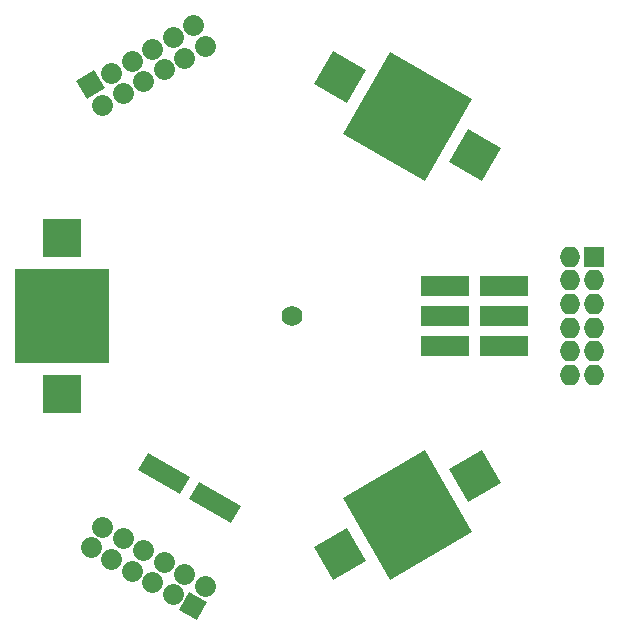
<source format=gbs>
G04 #@! TF.FileFunction,Soldermask,Bot*
%FSLAX46Y46*%
G04 Gerber Fmt 4.6, Leading zero omitted, Abs format (unit mm)*
G04 Created by KiCad (PCBNEW (2015-08-12 BZR 6086)-product) date Tue 01 Sep 2015 09:02:53 PM CEST*
%MOMM*%
G01*
G04 APERTURE LIST*
%ADD10C,0.100000*%
%ADD11R,3.250000X3.250000*%
%ADD12R,8.020000X8.020000*%
%ADD13R,4.080000X1.670000*%
%ADD14C,1.760000*%
%ADD15C,1.760000*%
%ADD16R,1.760000X1.760000*%
%ADD17O,1.760000X1.760000*%
G04 APERTURE END LIST*
D10*
G36*
X131624693Y-144970204D02*
X133249693Y-147784786D01*
X130435111Y-149409786D01*
X128810111Y-146595204D01*
X131624693Y-144970204D01*
X131624693Y-144970204D01*
G37*
G36*
X143064889Y-138365204D02*
X144689889Y-141179786D01*
X141875307Y-142804786D01*
X140250307Y-139990204D01*
X143064889Y-138365204D01*
X143064889Y-138365204D01*
G37*
G36*
X138217762Y-138409733D02*
X142227762Y-145355257D01*
X135282238Y-149365257D01*
X131272238Y-142419733D01*
X138217762Y-138409733D01*
X138217762Y-138409733D01*
G37*
D11*
X107500000Y-120395000D03*
X107500000Y-133605000D03*
D12*
X107500000Y-127000000D03*
D10*
G36*
X140250307Y-114009796D02*
X141875307Y-111195214D01*
X144689889Y-112820214D01*
X143064889Y-115634796D01*
X140250307Y-114009796D01*
X140250307Y-114009796D01*
G37*
G36*
X128810111Y-107404796D02*
X130435111Y-104590214D01*
X133249693Y-106215214D01*
X131624693Y-109029796D01*
X128810111Y-107404796D01*
X128810111Y-107404796D01*
G37*
G36*
X131272238Y-111580267D02*
X135282238Y-104634743D01*
X142227762Y-108644743D01*
X138217762Y-115590267D01*
X131272238Y-111580267D01*
X131272238Y-111580267D01*
G37*
G36*
X122607753Y-143139369D02*
X121772753Y-144585631D01*
X118239369Y-142545631D01*
X119074369Y-141099369D01*
X122607753Y-143139369D01*
X122607753Y-143139369D01*
G37*
G36*
X118320927Y-140664369D02*
X117485927Y-142110631D01*
X113952543Y-140070631D01*
X114787543Y-138624369D01*
X118320927Y-140664369D01*
X118320927Y-140664369D01*
G37*
D13*
X144904000Y-124460000D03*
X139954000Y-124460000D03*
X144904000Y-127000000D03*
X139954000Y-127000000D03*
X144904000Y-129540000D03*
X139954000Y-129540000D03*
D14*
X127000000Y-127000000D03*
D10*
G36*
X109597771Y-108618454D02*
X108717771Y-107094250D01*
X110241975Y-106214250D01*
X111121975Y-107738454D01*
X109597771Y-108618454D01*
X109597771Y-108618454D01*
G37*
D15*
X110919873Y-109148403D02*
X110919873Y-109148403D01*
X111651924Y-106416352D02*
X111651924Y-106416352D01*
X112651924Y-108148403D02*
X112651924Y-108148403D01*
X113383975Y-105416352D02*
X113383975Y-105416352D01*
X114383975Y-107148403D02*
X114383975Y-107148403D01*
X115116025Y-104416352D02*
X115116025Y-104416352D01*
X116116025Y-106148403D02*
X116116025Y-106148403D01*
X116848076Y-103416352D02*
X116848076Y-103416352D01*
X117848076Y-105148403D02*
X117848076Y-105148403D01*
X118580127Y-102416352D02*
X118580127Y-102416352D01*
X119580127Y-104148403D02*
X119580127Y-104148403D01*
D10*
G36*
X119782229Y-151261546D02*
X118902229Y-152785750D01*
X117378025Y-151905750D01*
X118258025Y-150381546D01*
X119782229Y-151261546D01*
X119782229Y-151261546D01*
G37*
D15*
X119580127Y-149851597D02*
X119580127Y-149851597D01*
X116848076Y-150583648D02*
X116848076Y-150583648D01*
X117848076Y-148851597D02*
X117848076Y-148851597D01*
X115116025Y-149583648D02*
X115116025Y-149583648D01*
X116116025Y-147851597D02*
X116116025Y-147851597D01*
X113383975Y-148583648D02*
X113383975Y-148583648D01*
X114383975Y-146851597D02*
X114383975Y-146851597D01*
X111651924Y-147583648D02*
X111651924Y-147583648D01*
X112651924Y-145851597D02*
X112651924Y-145851597D01*
X109919873Y-146583648D02*
X109919873Y-146583648D01*
X110919873Y-144851597D02*
X110919873Y-144851597D01*
D16*
X152500000Y-122000000D03*
D17*
X150500000Y-122000000D03*
X152500000Y-124000000D03*
X150500000Y-124000000D03*
X152500000Y-126000000D03*
X150500000Y-126000000D03*
X152500000Y-128000000D03*
X150500000Y-128000000D03*
X152500000Y-130000000D03*
X150500000Y-130000000D03*
X152500000Y-132000000D03*
X150500000Y-132000000D03*
M02*

</source>
